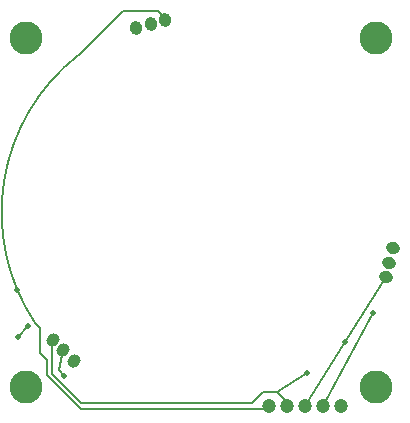
<source format=gbl>
G04*
G04 #@! TF.GenerationSoftware,Altium Limited,Altium Designer,19.1.5 (86)*
G04*
G04 Layer_Physical_Order=2*
G04 Layer_Color=16711680*
%FSLAX25Y25*%
%MOIN*%
G70*
G01*
G75*
%ADD29C,0.00700*%
%ADD30C,0.04724*%
G04:AMPARAMS|DCode=31|XSize=47.24mil|YSize=40mil|CornerRadius=0mil|HoleSize=0mil|Usage=FLASHONLY|Rotation=105.000|XOffset=0mil|YOffset=0mil|HoleType=Round|Shape=Round|*
%AMOVALD31*
21,1,0.00724,0.04000,0.00000,0.00000,105.0*
1,1,0.04000,0.00094,-0.00350*
1,1,0.04000,-0.00094,0.00350*
%
%ADD31OVALD31*%

G04:AMPARAMS|DCode=32|XSize=47.24mil|YSize=40mil|CornerRadius=0mil|HoleSize=0mil|Usage=FLASHONLY|Rotation=225.000|XOffset=0mil|YOffset=0mil|HoleType=Round|Shape=Round|*
%AMOVALD32*
21,1,0.00724,0.04000,0.00000,0.00000,225.0*
1,1,0.04000,0.00256,0.00256*
1,1,0.04000,-0.00256,-0.00256*
%
%ADD32OVALD32*%

G04:AMPARAMS|DCode=33|XSize=47.24mil|YSize=40mil|CornerRadius=0mil|HoleSize=0mil|Usage=FLASHONLY|Rotation=345.000|XOffset=0mil|YOffset=0mil|HoleType=Round|Shape=Round|*
%AMOVALD33*
21,1,0.00724,0.04000,0.00000,0.00000,345.0*
1,1,0.04000,-0.00350,0.00094*
1,1,0.04000,0.00350,-0.00094*
%
%ADD33OVALD33*%

%ADD34C,0.11024*%
%ADD35C,0.01968*%
D29*
X-40690Y52599D02*
G03*
X-55255Y-37001I40690J-52599D01*
G01*
X-49761Y-53739D02*
Y-42689D01*
Y-53739D02*
X-40000Y-63500D01*
X-49761Y-42689D02*
X-49505Y-42433D01*
X-40690Y52599D02*
X-26126Y67162D01*
X-40690Y52599D02*
X-40690Y52599D01*
X-55255Y-37001D02*
X-53620Y-38637D01*
X-39928Y-65500D02*
X21700D01*
X-51250Y-54178D02*
X-39928Y-65500D01*
X-51250Y-54178D02*
Y-49250D01*
X-40000Y-63500D02*
X17000D01*
X-61197Y-41500D02*
X-57700Y-38003D01*
X-61200Y-41500D02*
X-61197D01*
X-47500Y-52500D02*
X-45600Y-54600D01*
X48100Y-43078D02*
X61501Y-21655D01*
X34700Y-64500D02*
X48100Y-43078D01*
X25200Y-59800D02*
X35300Y-53500D01*
X40700Y-64500D02*
X57400Y-33400D01*
X28700Y-64500D02*
Y-63300D01*
X25200Y-59800D02*
X28700Y-63300D01*
X20700Y-59800D02*
X25200D01*
X17000Y-63500D02*
X20700Y-59800D01*
X21700Y-65500D02*
X22700Y-64500D01*
X-53620Y-46880D02*
X-51250Y-49250D01*
X-53620Y-46880D02*
Y-38637D01*
X-26126Y67162D02*
X-14437D01*
X-11996Y64721D01*
Y64089D02*
Y64721D01*
X-47500Y-52500D02*
X-45969Y-45969D01*
D30*
X46700Y-64500D02*
D03*
X40700D02*
D03*
X34700D02*
D03*
X28700D02*
D03*
X22700D02*
D03*
D31*
X-21655Y61501D02*
D03*
X-16826Y62795D02*
D03*
X-11996Y64089D02*
D03*
D32*
X-49505Y-42433D02*
D03*
X-45969Y-45969D02*
D03*
X-42433Y-49504D02*
D03*
D33*
X64089Y-11996D02*
D03*
X62795Y-16826D02*
D03*
X61501Y-21655D02*
D03*
D34*
X-58268Y-58268D02*
D03*
X58268D02*
D03*
Y58268D02*
D03*
X-58268D02*
D03*
D35*
X-45600Y-54600D02*
D03*
X-61200Y-41500D02*
D03*
X-57700Y-38003D02*
D03*
X48100Y-43078D02*
D03*
X35300Y-53500D02*
D03*
X-61311Y-25753D02*
D03*
X57400Y-33400D02*
D03*
M02*

</source>
